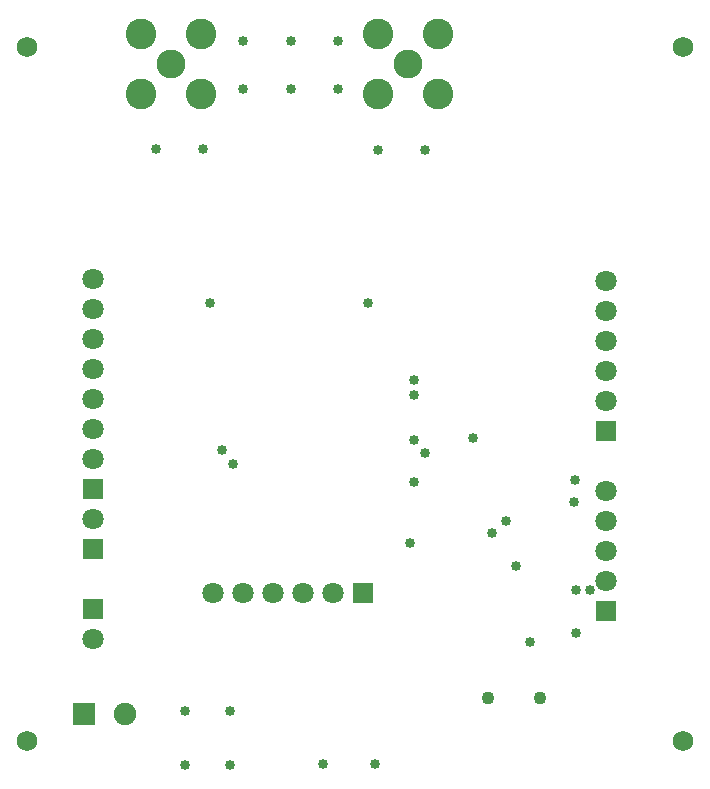
<source format=gbs>
G04*
G04 #@! TF.GenerationSoftware,Altium Limited,Altium NEXUS,2.1.7 (73)*
G04*
G04 Layer_Color=16711935*
%FSLAX44Y44*%
%MOMM*%
G71*
G01*
G75*
%ADD41C,0.8532*%
%ADD42C,1.7272*%
%ADD43C,1.1032*%
%ADD44R,1.8032X1.8032*%
%ADD45C,1.8032*%
%ADD46C,2.6032*%
%ADD47C,2.4532*%
%ADD48R,1.9032X1.9032*%
%ADD49C,1.9032*%
%ADD50R,1.8032X1.8032*%
D41*
X698500Y447040D02*
D03*
X393700Y800100D02*
D03*
X621660Y798830D02*
D03*
X581660D02*
D03*
X433070Y800100D02*
D03*
X547370Y850900D02*
D03*
X508000D02*
D03*
X467360D02*
D03*
X547370Y890900D02*
D03*
X508000D02*
D03*
X467360D02*
D03*
X534670Y279400D02*
D03*
X579120D02*
D03*
X760730Y426720D02*
D03*
X749300Y389890D02*
D03*
Y426720D02*
D03*
X661670Y554990D02*
D03*
X689610Y485140D02*
D03*
X612140Y518160D02*
D03*
X678180Y474980D02*
D03*
X608330Y466090D02*
D03*
X748030Y519430D02*
D03*
X747770Y500640D02*
D03*
X709930Y382270D02*
D03*
X455930Y278130D02*
D03*
Y323850D02*
D03*
X417830Y278130D02*
D03*
Y323850D02*
D03*
X621030Y542290D02*
D03*
X572770Y669290D02*
D03*
X439420D02*
D03*
X449580Y544830D02*
D03*
X458470Y533400D02*
D03*
X612140Y604520D02*
D03*
Y591820D02*
D03*
Y553720D02*
D03*
D42*
X284480Y886460D02*
D03*
X839470D02*
D03*
Y298450D02*
D03*
X284480D02*
D03*
D43*
X718820Y335280D02*
D03*
X674820D02*
D03*
D44*
X340360Y461010D02*
D03*
X774370Y561340D02*
D03*
X340360Y410210D02*
D03*
Y511810D02*
D03*
X774370Y408940D02*
D03*
D45*
X340360Y486410D02*
D03*
X774370Y586740D02*
D03*
Y612140D02*
D03*
Y637540D02*
D03*
Y662940D02*
D03*
Y688340D02*
D03*
X340360Y384810D02*
D03*
Y689610D02*
D03*
Y664210D02*
D03*
Y638810D02*
D03*
Y613410D02*
D03*
Y588010D02*
D03*
Y562610D02*
D03*
Y537210D02*
D03*
X774370Y434340D02*
D03*
Y459740D02*
D03*
Y485140D02*
D03*
Y510540D02*
D03*
X543560Y424180D02*
D03*
X518160D02*
D03*
X492760D02*
D03*
X467360D02*
D03*
X441960D02*
D03*
D46*
X581650Y845970D02*
D03*
Y896770D02*
D03*
X632450D02*
D03*
Y845970D02*
D03*
X381330Y846020D02*
D03*
Y896820D02*
D03*
X432130D02*
D03*
Y846020D02*
D03*
D47*
X607050Y871370D02*
D03*
X406730Y871420D02*
D03*
D48*
X332740Y321310D02*
D03*
D49*
X367740D02*
D03*
D50*
X568960Y424180D02*
D03*
M02*

</source>
